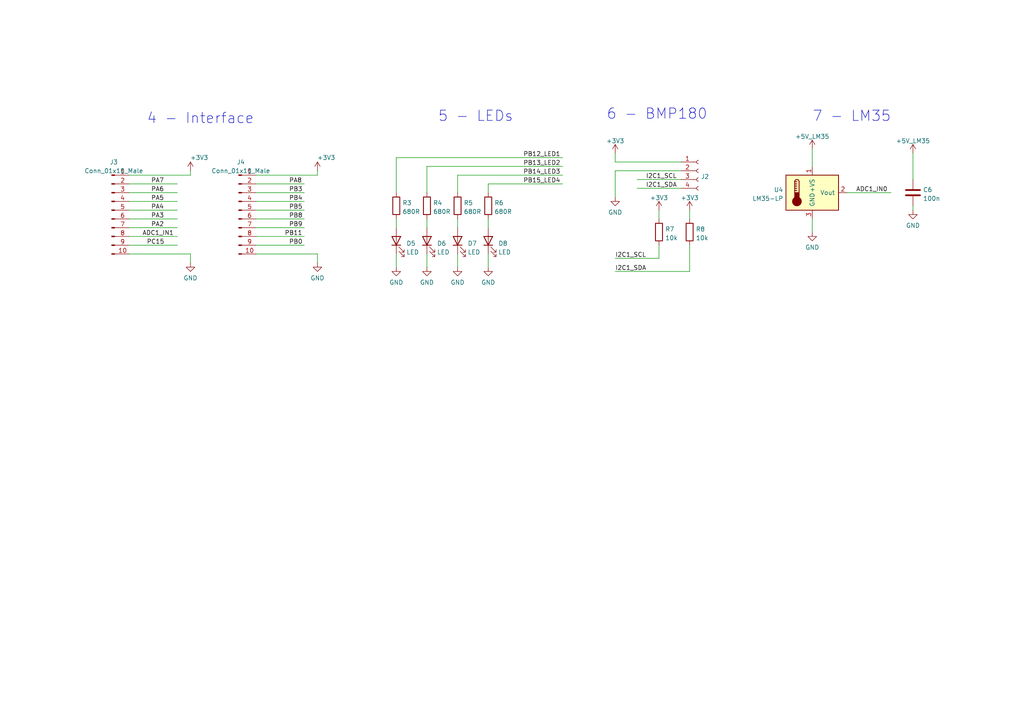
<source format=kicad_sch>
(kicad_sch (version 20211123) (generator eeschema)
  (paper "A4")
  (lib_symbols
    (symbol "+5V_LM35_2" (power) (pin_names (offset 0))
      (property "Value" "+5V_LM35_2" (at 0 3.556 0))
      (symbol "+5V_LM35_2_0_1"
        (polyline (pts (xy -0.762 1.27) (xy 0 2.54)))
        (polyline (pts (xy 0 0) (xy 0 2.54)))
        (polyline (pts (xy 0 2.54) (xy 0.762 1.27)))
      )
      (symbol "+5V_LM35_2_1_1"
        (pin power_in line (at 0 0 90) (length 0) hide (name "+5V_LM35") (number "1"))
      )
    )
    (symbol "Connector:Conn_01x04_Female" (pin_names (offset 1.016) hide)
      (property "Reference" "J" (at 0 5.08 0))
      (property "Value" "Conn_01x04_Female" (at 0 -7.62 0))
      (symbol "Conn_01x04_Female_1_1"
        (arc (start 0 -4.572) (mid -0.508 -5.08) (end 0 -5.588) (stroke (width 0.1524)))
        (arc (start 0 -2.032) (mid -0.508 -2.54) (end 0 -3.048) (stroke (width 0.1524)))
        (polyline (pts (xy -1.27 -5.08) (xy -0.508 -5.08)) (stroke (width 0.1524)))
        (polyline (pts (xy -1.27 -2.54) (xy -0.508 -2.54)) (stroke (width 0.1524)))
        (polyline (pts (xy -1.27 0) (xy -0.508 0)) (stroke (width 0.1524)))
        (polyline (pts (xy -1.27 2.54) (xy -0.508 2.54)) (stroke (width 0.1524)))
        (arc (start 0 0.508) (mid -0.508 0) (end 0 -0.508) (stroke (width 0.1524)))
        (arc (start 0 3.048) (mid -0.508 2.54) (end 0 2.032) (stroke (width 0.1524)))
        (pin passive line (at -5.08 2.54 0) (length 3.81) (name "Pin_1") (number "1"))
        (pin passive line (at -5.08 0 0) (length 3.81) (name "Pin_2") (number "2"))
        (pin passive line (at -5.08 -2.54 0) (length 3.81) (name "Pin_3") (number "3"))
        (pin passive line (at -5.08 -5.08 0) (length 3.81) (name "Pin_4") (number "4"))
      )
    )
    (symbol "Connector:Conn_01x10_Male" (pin_names (offset 1.016) hide)
      (property "Reference" "J" (at 0 12.7 0))
      (property "Value" "Conn_01x10_Male" (at 0 -15.24 0))
      (symbol "Conn_01x10_Male_1_1"
        (polyline (pts (xy 1.27 -12.7) (xy 0.8636 -12.7)) (stroke (width 0.1524)))
        (polyline (pts (xy 1.27 -10.16) (xy 0.8636 -10.16)) (stroke (width 0.1524)))
        (polyline (pts (xy 1.27 -7.62) (xy 0.8636 -7.62)) (stroke (width 0.1524)))
        (polyline (pts (xy 1.27 -5.08) (xy 0.8636 -5.08)) (stroke (width 0.1524)))
        (polyline (pts (xy 1.27 -2.54) (xy 0.8636 -2.54)) (stroke (width 0.1524)))
        (polyline (pts (xy 1.27 0) (xy 0.8636 0)) (stroke (width 0.1524)))
        (polyline (pts (xy 1.27 2.54) (xy 0.8636 2.54)) (stroke (width 0.1524)))
        (polyline (pts (xy 1.27 5.08) (xy 0.8636 5.08)) (stroke (width 0.1524)))
        (polyline (pts (xy 1.27 7.62) (xy 0.8636 7.62)) (stroke (width 0.1524)))
        (polyline (pts (xy 1.27 10.16) (xy 0.8636 10.16)) (stroke (width 0.1524)))
        (rectangle (start 0.8636 -12.573) (end 0 -12.827) (stroke (width 0.1524)) (fill (type outline)))
        (rectangle (start 0.8636 -10.033) (end 0 -10.287) (stroke (width 0.1524)) (fill (type outline)))
        (rectangle (start 0.8636 -7.493) (end 0 -7.747) (stroke (width 0.1524)) (fill (type outline)))
        (rectangle (start 0.8636 -4.953) (end 0 -5.207) (stroke (width 0.1524)) (fill (type outline)))
        (rectangle (start 0.8636 -2.413) (end 0 -2.667) (stroke (width 0.1524)) (fill (type outline)))
        (rectangle (start 0.8636 0.127) (end 0 -0.127) (stroke (width 0.1524)) (fill (type outline)))
        (rectangle (start 0.8636 2.667) (end 0 2.413) (stroke (width 0.1524)) (fill (type outline)))
        (rectangle (start 0.8636 5.207) (end 0 4.953) (stroke (width 0.1524)) (fill (type outline)))
        (rectangle (start 0.8636 7.747) (end 0 7.493) (stroke (width 0.1524)) (fill (type outline)))
        (rectangle (start 0.8636 10.287) (end 0 10.033) (stroke (width 0.1524)) (fill (type outline)))
        (pin passive line (at 5.08 10.16 180) (length 3.81) (name "Pin_1") (number "1"))
        (pin passive line (at 5.08 -12.7 180) (length 3.81) (name "Pin_10") (number "10"))
        (pin passive line (at 5.08 7.62 180) (length 3.81) (name "Pin_2") (number "2"))
        (pin passive line (at 5.08 5.08 180) (length 3.81) (name "Pin_3") (number "3"))
        (pin passive line (at 5.08 2.54 180) (length 3.81) (name "Pin_4") (number "4"))
        (pin passive line (at 5.08 0 180) (length 3.81) (name "Pin_5") (number "5"))
        (pin passive line (at 5.08 -2.54 180) (length 3.81) (name "Pin_6") (number "6"))
        (pin passive line (at 5.08 -5.08 180) (length 3.81) (name "Pin_7") (number "7"))
        (pin passive line (at 5.08 -7.62 180) (length 3.81) (name "Pin_8") (number "8"))
        (pin passive line (at 5.08 -10.16 180) (length 3.81) (name "Pin_9") (number "9"))
      )
    )
    (symbol "Device:C" (pin_numbers hide) (pin_names (offset 0.254))
      (property "Reference" "C" (at 0.635 2.54 0))
      (property "Value" "C" (at 0.635 -2.54 0))
      (symbol "C_0_1"
        (polyline (pts (xy -2.032 -0.762) (xy 2.032 -0.762)) (stroke (width 0.508)))
        (polyline (pts (xy -2.032 0.762) (xy 2.032 0.762)) (stroke (width 0.508)))
      )
      (symbol "C_1_1"
        (pin passive line (at 0 3.81 270) (length 2.794) (name "~") (number "1"))
        (pin passive line (at 0 -3.81 90) (length 2.794) (name "~") (number "2"))
      )
    )
    (symbol "Device:LED" (pin_numbers hide) (pin_names (offset 1.016) hide)
      (property "Reference" "D" (at 0 2.54 0))
      (property "Value" "LED" (at 0 -2.54 0))
      (symbol "LED_0_1"
        (polyline (pts (xy -1.27 -1.27) (xy -1.27 1.27)) (stroke (width 0.254)))
        (polyline (pts (xy -1.27 0) (xy 1.27 0)))
        (polyline (pts (xy 1.27 -1.27) (xy 1.27 1.27) (xy -1.27 0) (xy 1.27 -1.27)) (stroke (width 0.254)))
        (polyline (pts (xy -3.048 -0.762) (xy -4.572 -2.286) (xy -3.81 -2.286) (xy -4.572 -2.286) (xy -4.572 -1.524)))
        (polyline (pts (xy -1.778 -0.762) (xy -3.302 -2.286) (xy -2.54 -2.286) (xy -3.302 -2.286) (xy -3.302 -1.524)))
      )
      (symbol "LED_1_1"
        (pin passive line (at -3.81 0 0) (length 2.54) (name "K") (number "1"))
        (pin passive line (at 3.81 0 180) (length 2.54) (name "A") (number "2"))
      )
    )
    (symbol "Device:R" (pin_numbers hide) (pin_names (offset 0))
      (property "Reference" "R" (at 2.032 0 90))
      (property "Value" "R" (at 0 0 90))
      (symbol "R_0_1"
        (rectangle (start -1.016 -2.54) (end 1.016 2.54) (stroke (width 0.254)))
      )
      (symbol "R_1_1"
        (pin passive line (at 0 3.81 270) (length 1.27) (name "~") (number "1"))
        (pin passive line (at 0 -3.81 90) (length 1.27) (name "~") (number "2"))
      )
    )
    (symbol "LabSC:+5V_LM35" (power) (pin_names (offset 0))
      (property "Value" "+5V_LM35" (at 0 3.556 0))
      (symbol "+5V_LM35_0_1"
        (polyline (pts (xy -0.762 1.27) (xy 0 2.54)))
        (polyline (pts (xy 0 0) (xy 0 2.54)))
        (polyline (pts (xy 0 2.54) (xy 0.762 1.27)))
      )
      (symbol "+5V_LM35_1_1"
        (pin power_in line (at 0 0 90) (length 0) hide (name "+5V_LM35") (number "1"))
      )
    )
    (symbol "Sensor_Temperature:LM35-LP" (pin_names (offset 1.016))
      (property "Reference" "U" (at -6.35 6.35 0))
      (property "Value" "LM35-LP" (at 1.27 6.35 0))
      (symbol "LM35-LP_0_1"
        (rectangle (start -7.62 5.08) (end 7.62 -5.08) (stroke (width 0.254)) (fill (type background)))
        (circle (center -4.445 -2.54) (radius 1.27) (stroke (width 0.254)) (fill (type outline)))
        (rectangle (start -3.81 -1.905) (end -5.08 0) (stroke (width 0.254)) (fill (type outline)))
        (arc (start -3.81 3.175) (mid -4.445 3.81) (end -5.08 3.175) (stroke (width 0.254)))
        (polyline (pts (xy -5.08 0.635) (xy -4.445 0.635)) (stroke (width 0.254)))
        (polyline (pts (xy -5.08 1.27) (xy -4.445 1.27)) (stroke (width 0.254)))
        (polyline (pts (xy -5.08 1.905) (xy -4.445 1.905)) (stroke (width 0.254)))
        (polyline (pts (xy -5.08 2.54) (xy -4.445 2.54)) (stroke (width 0.254)))
        (polyline (pts (xy -5.08 3.175) (xy -5.08 0)) (stroke (width 0.254)))
        (polyline (pts (xy -5.08 3.175) (xy -4.445 3.175)) (stroke (width 0.254)))
        (polyline (pts (xy -3.81 3.175) (xy -3.81 0)) (stroke (width 0.254)))
      )
      (symbol "LM35-LP_1_1"
        (pin power_in line (at 0 7.62 270) (length 2.54) (name "+VS") (number "1"))
        (pin output line (at 10.16 0 180) (length 2.54) (name "Vout") (number "2"))
        (pin power_in line (at 0 -7.62 90) (length 2.54) (name "GND") (number "3"))
      )
    )
    (symbol "power:+3V3" (power) (pin_names (offset 0))
      (property "Value" "+3V3" (at 0 3.556 0))
      (symbol "+3V3_0_1"
        (polyline (pts (xy -0.762 1.27) (xy 0 2.54)))
        (polyline (pts (xy 0 0) (xy 0 2.54)))
        (polyline (pts (xy 0 2.54) (xy 0.762 1.27)))
      )
      (symbol "+3V3_1_1"
        (pin power_in line (at 0 0 90) (length 0) hide (name "+3V3") (number "1"))
      )
    )
    (symbol "power:GND" (power) (pin_names (offset 0))
      (property "Value" "GND" (at 0 -3.81 0))
      (symbol "GND_0_1"
        (polyline (pts (xy 0 0) (xy 0 -1.27) (xy 1.27 -1.27) (xy 0 -2.54) (xy -1.27 -1.27) (xy 0 -1.27)))
      )
      (symbol "GND_1_1"
        (pin power_in line (at 0 0 270) (length 0) hide (name "GND") (number "1"))
      )
    )
  )
  (wire (pts (xy 37.465 58.42) (xy 51.435 58.42)))
  (wire (pts (xy 200.025 60.96) (xy 200.025 63.5)))
  (wire (pts (xy 37.465 60.96) (xy 51.435 60.96)))
  (wire (pts (xy 132.715 55.88) (xy 132.715 50.8)))
  (wire (pts (xy 74.295 60.96) (xy 88.265 60.96)))
  (wire (pts (xy 184.785 52.07) (xy 197.485 52.07)))
  (wire (pts (xy 132.715 73.66) (xy 132.715 77.47)))
  (wire (pts (xy 264.795 59.69) (xy 264.795 60.96)))
  (wire (pts (xy 74.295 53.34) (xy 88.265 53.34)))
  (wire (pts (xy 37.465 53.34) (xy 51.435 53.34)))
  (wire (pts (xy 123.825 63.5) (xy 123.825 66.04)))
  (wire (pts (xy 245.745 55.88) (xy 258.445 55.88)))
  (wire (pts (xy 141.605 73.66) (xy 141.605 77.47)))
  (wire (pts (xy 37.465 73.66) (xy 55.245 73.66)))
  (wire (pts (xy 74.295 73.66) (xy 92.075 73.66)))
  (wire (pts (xy 55.245 73.66) (xy 55.245 76.2)))
  (wire (pts (xy 163.195 53.34) (xy 141.605 53.34)))
  (wire (pts (xy 235.585 43.18) (xy 235.585 48.26)))
  (wire (pts (xy 37.465 66.04) (xy 51.435 66.04)))
  (wire (pts (xy 37.465 71.12) (xy 51.435 71.12)))
  (wire (pts (xy 92.075 49.53) (xy 92.075 50.8)))
  (wire (pts (xy 92.075 73.66) (xy 92.075 76.2)))
  (wire (pts (xy 132.715 63.5) (xy 132.715 66.04)))
  (wire (pts (xy 55.245 49.53) (xy 55.245 50.8)))
  (wire (pts (xy 74.295 58.42) (xy 88.265 58.42)))
  (wire (pts (xy 178.435 46.99) (xy 197.485 46.99)))
  (wire (pts (xy 264.795 44.45) (xy 264.795 52.07)))
  (wire (pts (xy 37.465 50.8) (xy 55.245 50.8)))
  (wire (pts (xy 178.435 44.45) (xy 178.435 46.99)))
  (wire (pts (xy 191.135 60.96) (xy 191.135 63.5)))
  (wire (pts (xy 178.435 49.53) (xy 197.485 49.53)))
  (wire (pts (xy 123.825 73.66) (xy 123.825 77.47)))
  (wire (pts (xy 114.935 63.5) (xy 114.935 66.04)))
  (wire (pts (xy 74.295 50.8) (xy 92.075 50.8)))
  (wire (pts (xy 200.025 71.12) (xy 200.025 78.74)))
  (wire (pts (xy 74.295 63.5) (xy 88.265 63.5)))
  (wire (pts (xy 74.295 68.58) (xy 88.265 68.58)))
  (wire (pts (xy 178.435 74.93) (xy 191.135 74.93)))
  (wire (pts (xy 191.135 71.12) (xy 191.135 74.93)))
  (wire (pts (xy 74.295 71.12) (xy 88.265 71.12)))
  (wire (pts (xy 37.465 68.58) (xy 51.435 68.58)))
  (wire (pts (xy 74.295 55.88) (xy 88.265 55.88)))
  (wire (pts (xy 74.295 66.04) (xy 88.265 66.04)))
  (wire (pts (xy 178.435 49.53) (xy 178.435 57.15)))
  (wire (pts (xy 114.935 73.66) (xy 114.935 77.47)))
  (wire (pts (xy 132.715 50.8) (xy 163.195 50.8)))
  (wire (pts (xy 141.605 53.34) (xy 141.605 55.88)))
  (wire (pts (xy 114.935 45.72) (xy 163.195 45.72)))
  (wire (pts (xy 235.585 63.5) (xy 235.585 67.31)))
  (wire (pts (xy 178.435 78.74) (xy 200.025 78.74)))
  (wire (pts (xy 114.935 45.72) (xy 114.935 55.88)))
  (wire (pts (xy 37.465 63.5) (xy 51.435 63.5)))
  (wire (pts (xy 184.785 54.61) (xy 197.485 54.61)))
  (wire (pts (xy 123.825 48.26) (xy 123.825 55.88)))
  (wire (pts (xy 141.605 63.5) (xy 141.605 66.04)))
  (wire (pts (xy 123.825 48.26) (xy 163.195 48.26)))
  (wire (pts (xy 37.465 55.88) (xy 51.435 55.88)))
  (text "4 - Interface" (at 42.545 36.195 0) (effects (font (size 3 3)) (justify left bottom)))
  (text "6 - BMP180" (at 175.895 34.925 0) (effects (font (size 3 3)) (justify left bottom)))
  (text "5 - LEDs" (at 127 35.56 0) (effects (font (size 3 3)) (justify left bottom)))
  (text "7 - LM35" (at 235.585 35.56 0) (effects (font (size 3 3)) (justify left bottom)))
  (label "ADC1_IN1" (at 41.275 68.58 0))
  (label "PA5" (at 43.815 58.42 0))
  (label "PB3" (at 83.82 55.88 0))
  (label "PC15" (at 42.545 71.12 0))
  (label "PA4" (at 43.815 60.96 0))
  (label "PB11" (at 82.55 68.58 0))
  (label "I2C1_SCL" (at 187.325 52.07 0))
  (label "PB14_LED3" (at 151.765 50.8 0))
  (label "PB5" (at 83.82 60.96 0))
  (label "PA2" (at 43.815 66.04 0))
  (label "PB13_LED2" (at 151.765 48.26 0))
  (label "I2C1_SDA" (at 187.325 54.61 0))
  (label "I2C1_SCL" (at 178.435 74.93 0))
  (label "PB12_LED1" (at 151.765 45.72 0))
  (label "PB0" (at 83.82 71.12 0))
  (label "I2C1_SDA" (at 178.435 78.74 0))
  (label "PB4" (at 83.82 58.42 0))
  (label "PB15_LED4" (at 151.765 53.34 0))
  (label "ADC1_IN0" (at 248.285 55.88 0))
  (label "PA6" (at 43.815 55.88 0))
  (label "PA7" (at 43.815 53.34 0))
  (label "PB9" (at 83.82 66.04 0))
  (label "PA8" (at 83.82 53.34 0))
  (label "PB8" (at 83.82 63.5 0))
  (label "PA3" (at 43.815 63.5 0))
  (symbol (lib_id "power:GND") (at 132.715 77.47 0) (unit 1)
    (property "Reference" "#PWR0129" (effects hide))
    (property "Value" "GND" (at 132.715 81.9134 0))
  )
  (symbol (lib_id "Device:LED") (at 141.605 69.85 90) (unit 1)
    (property "Reference" "D8" (at 144.526 70.6028 90) (effects (justify right)))
    (property "Value" "LED" (at 144.526 73.1397 90) (effects (justify right)))
    (property "Footprint" "LED_THT:LED_D3.0mm" (effects hide))
  )
  (symbol (lib_id "power:+3V3") (at 55.245 49.53 0) (unit 1)
    (property "Reference" "#PWR0123" (effects hide))
    (property "Value" "+3V3" (at 57.785 45.72 0))
  )
  (symbol (lib_id "power:GND") (at 264.795 60.96 0) (unit 1)
    (property "Reference" "#PWR0135" (effects hide))
    (property "Value" "GND" (at 264.795 65.4034 0))
  )
  (symbol (lib_id "power:GND") (at 123.825 77.47 0) (unit 1)
    (property "Reference" "#PWR0124" (effects hide))
    (property "Value" "GND" (at 123.825 81.9134 0))
  )
  (symbol (lib_name "+5V_LM35_2") (lib_id "LabSC:+5V_LM35") (at 235.585 43.18 0) (unit 1)
    (property "Reference" "#PWR0137" (effects hide))
    (property "Value" "+5V_LM35" (at 235.585 39.6042 0))
  )
  (symbol (lib_id "Connector:Conn_01x10_Male") (at 32.385 60.96 0) (unit 1)
    (property "Reference" "J3" (at 33.02 47.024 0))
    (property "Value" "Conn_01x10_Male" (at 33.02 49.5609 0))
    (property "Footprint" "Connector_PinSocket_2.54mm:PinSocket_1x10_P2.54mm_Vertical" (effects hide))
  )
  (symbol (lib_id "power:GND") (at 92.075 76.2 0) (unit 1)
    (property "Reference" "#PWR0126" (effects hide))
    (property "Value" "GND" (at 92.075 80.6434 0))
  )
  (symbol (lib_id "Connector:Conn_01x04_Female") (at 202.565 49.53 0) (unit 1)
    (property "Reference" "J2" (at 203.2762 51.2338 0) (effects (justify left)))
    (property "Value" "Conn_01x04_Female" (effects hide))
    (property "Footprint" "Connector_PinSocket_2.54mm:PinSocket_1x04_P2.54mm_Vertical" (effects hide))
  )
  (symbol (lib_id "Device:R") (at 132.715 59.69 180) (unit 1)
    (property "Reference" "R5" (at 134.493 58.8553 0) (effects (justify right)))
    (property "Value" "680R" (at 134.493 61.3922 0) (effects (justify right)))
    (property "Footprint" "Resistor_THT:R_Axial_DIN0204_L3.6mm_D1.6mm_P7.62mm_Horizontal" (effects hide))
  )
  (symbol (lib_id "Device:C") (at 264.795 55.88 0) (unit 1)
    (property "Reference" "C6" (at 267.716 55.0453 0) (effects (justify left)))
    (property "Value" "100n" (at 267.716 57.5822 0) (effects (justify left)))
    (property "Footprint" "Capacitor_THT:C_Disc_D6.0mm_W4.4mm_P5.00mm" (effects hide))
  )
  (symbol (lib_id "Device:LED") (at 114.935 69.85 90) (unit 1)
    (property "Reference" "D5" (at 117.856 70.6028 90) (effects (justify right)))
    (property "Value" "LED" (at 117.856 73.1397 90) (effects (justify right)))
    (property "Footprint" "LED_THT:LED_D3.0mm" (effects hide))
  )
  (symbol (lib_id "power:+3V3") (at 92.075 49.53 0) (unit 1)
    (property "Reference" "#PWR0127" (effects hide))
    (property "Value" "+3V3" (at 94.615 45.72 0))
  )
  (symbol (lib_id "Connector:Conn_01x10_Male") (at 69.215 60.96 0) (unit 1)
    (property "Reference" "J4" (at 69.85 47.024 0))
    (property "Value" "Conn_01x10_Male" (at 69.85 49.5609 0))
    (property "Footprint" "Connector_PinSocket_2.54mm:PinSocket_1x10_P2.54mm_Vertical" (effects hide))
  )
  (symbol (lib_id "power:GND") (at 114.935 77.47 0) (unit 1)
    (property "Reference" "#PWR0125" (effects hide))
    (property "Value" "GND" (at 114.935 81.9134 0))
  )
  (symbol (lib_id "Device:R") (at 141.605 59.69 180) (unit 1)
    (property "Reference" "R6" (at 143.383 58.8553 0) (effects (justify right)))
    (property "Value" "680R" (at 143.383 61.3922 0) (effects (justify right)))
    (property "Footprint" "Resistor_THT:R_Axial_DIN0204_L3.6mm_D1.6mm_P7.62mm_Horizontal" (effects hide))
  )
  (symbol (lib_id "Sensor_Temperature:LM35-LP") (at 235.585 55.88 0) (unit 1)
    (property "Reference" "U4" (at 227.203 55.0453 0) (effects (justify right)))
    (property "Value" "LM35-LP" (at 227.203 57.5822 0) (effects (justify right)))
    (property "Footprint" "Package_TO_SOT_THT:TO-92L_HandSolder" (effects hide))
    (property "Datasheet" "http://www.ti.com/lit/ds/symlink/lm35.pdf" (effects hide))
  )
  (symbol (lib_id "power:GND") (at 235.585 67.31 0) (unit 1)
    (property "Reference" "#PWR0131" (effects hide))
    (property "Value" "GND" (at 235.585 71.7534 0))
  )
  (symbol (lib_id "Device:LED") (at 123.825 69.85 90) (unit 1)
    (property "Reference" "D6" (at 126.746 70.6028 90) (effects (justify right)))
    (property "Value" "LED" (at 126.746 73.1397 90) (effects (justify right)))
    (property "Footprint" "LED_THT:LED_D3.0mm" (effects hide))
  )
  (symbol (lib_id "power:GND") (at 141.605 77.47 0) (unit 1)
    (property "Reference" "#PWR0128" (effects hide))
    (property "Value" "GND" (at 141.605 81.9134 0))
  )
  (symbol (lib_id "Device:LED") (at 132.715 69.85 90) (unit 1)
    (property "Reference" "D7" (at 135.636 70.6028 90) (effects (justify right)))
    (property "Value" "LED" (at 135.636 73.1397 90) (effects (justify right)))
    (property "Footprint" "LED_THT:LED_D3.0mm" (effects hide))
  )
  (symbol (lib_id "LabSC:+5V_LM35") (at 264.795 44.45 0) (unit 1)
    (property "Reference" "#PWR0136" (effects hide))
    (property "Value" "+5V_LM35" (at 264.795 40.8742 0))
  )
  (symbol (lib_id "power:GND") (at 55.245 76.2 0) (unit 1)
    (property "Reference" "#PWR0122" (effects hide))
    (property "Value" "GND" (at 55.245 80.6434 0))
  )
  (symbol (lib_id "power:+3V3") (at 191.135 60.96 0) (unit 1)
    (property "Reference" "#PWR0133" (effects hide))
    (property "Value" "+3V3" (at 191.135 57.3842 0))
  )
  (symbol (lib_id "Device:R") (at 191.135 67.31 180) (unit 1)
    (property "Reference" "R7" (at 192.913 66.4753 0) (effects (justify right)))
    (property "Value" "10k" (at 192.913 69.0122 0) (effects (justify right)))
    (property "Footprint" "Resistor_THT:R_Axial_DIN0204_L3.6mm_D1.6mm_P7.62mm_Horizontal" (effects hide))
  )
  (symbol (lib_id "power:+3V3") (at 200.025 60.96 0) (unit 1)
    (property "Reference" "#PWR0130" (effects hide))
    (property "Value" "+3V3" (at 200.025 57.3842 0))
  )
  (symbol (lib_id "power:GND") (at 178.435 57.15 0) (unit 1)
    (property "Reference" "#PWR0134" (effects hide))
    (property "Value" "GND" (at 178.435 61.5934 0))
  )
  (symbol (lib_id "Device:R") (at 200.025 67.31 180) (unit 1)
    (property "Reference" "R8" (at 201.803 66.4753 0) (effects (justify right)))
    (property "Value" "10k" (at 201.803 69.0122 0) (effects (justify right)))
    (property "Footprint" "Resistor_THT:R_Axial_DIN0204_L3.6mm_D1.6mm_P7.62mm_Horizontal" (effects hide))
  )
  (symbol (lib_id "Device:R") (at 123.825 59.69 180) (unit 1)
    (property "Reference" "R4" (at 125.603 58.8553 0) (effects (justify right)))
    (property "Value" "680R" (at 125.603 61.3922 0) (effects (justify right)))
    (property "Footprint" "Resistor_THT:R_Axial_DIN0204_L3.6mm_D1.6mm_P7.62mm_Horizontal" (effects hide))
  )
  (symbol (lib_id "Device:R") (at 114.935 59.69 180) (unit 1)
    (property "Reference" "R3" (at 116.713 58.8553 0) (effects (justify right)))
    (property "Value" "680R" (at 116.713 61.3922 0) (effects (justify right)))
    (property "Footprint" "Resistor_THT:R_Axial_DIN0204_L3.6mm_D1.6mm_P7.62mm_Horizontal" (effects hide))
  )
  (symbol (lib_id "power:+3V3") (at 178.435 44.45 0) (unit 1)
    (property "Reference" "#PWR0132" (effects hide))
    (property "Value" "+3V3" (at 178.435 40.8742 0))
  )
)
</source>
